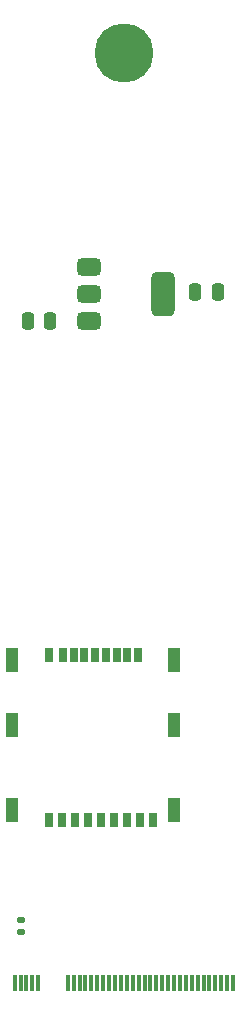
<source format=gts>
%TF.GenerationSoftware,KiCad,Pcbnew,9.0.1*%
%TF.CreationDate,2025-04-25T13:26:34+02:00*%
%TF.ProjectId,m2-e-usdex,6d322d65-2d75-4736-9465-782e6b696361,rev?*%
%TF.SameCoordinates,Original*%
%TF.FileFunction,Soldermask,Top*%
%TF.FilePolarity,Negative*%
%FSLAX46Y46*%
G04 Gerber Fmt 4.6, Leading zero omitted, Abs format (unit mm)*
G04 Created by KiCad (PCBNEW 9.0.1) date 2025-04-25 13:26:34*
%MOMM*%
%LPD*%
G01*
G04 APERTURE LIST*
G04 Aperture macros list*
%AMRoundRect*
0 Rectangle with rounded corners*
0 $1 Rounding radius*
0 $2 $3 $4 $5 $6 $7 $8 $9 X,Y pos of 4 corners*
0 Add a 4 corners polygon primitive as box body*
4,1,4,$2,$3,$4,$5,$6,$7,$8,$9,$2,$3,0*
0 Add four circle primitives for the rounded corners*
1,1,$1+$1,$2,$3*
1,1,$1+$1,$4,$5*
1,1,$1+$1,$6,$7*
1,1,$1+$1,$8,$9*
0 Add four rect primitives between the rounded corners*
20,1,$1+$1,$2,$3,$4,$5,0*
20,1,$1+$1,$4,$5,$6,$7,0*
20,1,$1+$1,$6,$7,$8,$9,0*
20,1,$1+$1,$8,$9,$2,$3,0*%
G04 Aperture macros list end*
%ADD10RoundRect,0.250000X-0.250000X-0.475000X0.250000X-0.475000X0.250000X0.475000X-0.250000X0.475000X0*%
%ADD11RoundRect,0.135000X-0.185000X0.135000X-0.185000X-0.135000X0.185000X-0.135000X0.185000X0.135000X0*%
%ADD12RoundRect,0.375000X-0.625000X-0.375000X0.625000X-0.375000X0.625000X0.375000X-0.625000X0.375000X0*%
%ADD13RoundRect,0.500000X-0.500000X-1.400000X0.500000X-1.400000X0.500000X1.400000X-0.500000X1.400000X0*%
%ADD14R,0.350000X1.450000*%
%ADD15C,5.000000*%
%ADD16RoundRect,0.250000X0.250000X0.475000X-0.250000X0.475000X-0.250000X-0.475000X0.250000X-0.475000X0*%
%ADD17R,0.700000X1.200000*%
%ADD18R,1.100000X2.100000*%
G04 APERTURE END LIST*
D10*
%TO.C,C2*%
X275300000Y-76950000D03*
X277200000Y-76950000D03*
%TD*%
D11*
%TO.C,R1*%
X260500000Y-130130000D03*
X260500000Y-131150000D03*
%TD*%
D12*
%TO.C,U1*%
X266300000Y-74850000D03*
X266300000Y-77150000D03*
D13*
X272600000Y-77150000D03*
D12*
X266300000Y-79450000D03*
%TD*%
D14*
%TO.C,J1*%
X278500000Y-135500000D03*
X278000000Y-135500000D03*
X277500000Y-135500000D03*
X277000000Y-135500000D03*
X276500000Y-135500000D03*
X276000000Y-135500000D03*
X275500000Y-135500000D03*
X275000000Y-135500000D03*
X274500000Y-135500000D03*
X274000000Y-135500000D03*
X273500000Y-135500000D03*
X273000000Y-135500000D03*
X272500000Y-135500000D03*
X272000000Y-135500000D03*
X271500000Y-135500000D03*
X271000000Y-135500000D03*
X270500000Y-135500000D03*
X270000000Y-135500000D03*
X269500000Y-135500000D03*
X269000000Y-135500000D03*
X268500000Y-135500000D03*
X268000000Y-135500000D03*
X267500000Y-135500000D03*
X267000000Y-135500000D03*
X266500000Y-135500000D03*
X266000000Y-135500000D03*
X265500000Y-135500000D03*
X265000000Y-135500000D03*
X264500000Y-135500000D03*
X262000000Y-135500000D03*
X261500000Y-135500000D03*
X261000000Y-135500000D03*
X260500000Y-135500000D03*
X260000000Y-135500000D03*
D15*
X269250000Y-56775000D03*
%TD*%
D16*
%TO.C,C1*%
X263000000Y-79450000D03*
X261100000Y-79450000D03*
%TD*%
D17*
%TO.C,J2*%
X262890000Y-121700000D03*
X263990000Y-121700000D03*
X265090000Y-121700000D03*
X266190000Y-121700000D03*
X267290000Y-121700000D03*
D18*
X273500000Y-120850000D03*
X273500000Y-113650000D03*
X273500000Y-108150000D03*
D17*
X268390000Y-121700000D03*
D18*
X259800000Y-120850000D03*
X259800000Y-113650000D03*
X259800000Y-108150000D03*
D17*
X269490000Y-121700000D03*
X270590000Y-121700000D03*
X262930000Y-107700000D03*
X264990000Y-107700000D03*
X265900000Y-107700000D03*
X266810000Y-107700000D03*
X267720000Y-107700000D03*
X268630000Y-107700000D03*
X269540000Y-107700000D03*
X270450000Y-107700000D03*
X264080000Y-107700000D03*
X271690000Y-121700000D03*
%TD*%
M02*

</source>
